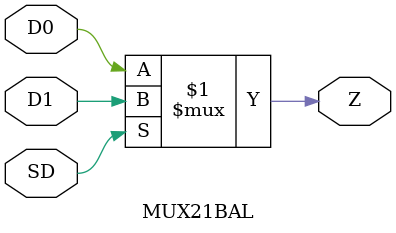
<source format=v>
`timescale 1ns/10ps

module MUX21BAL (Z,D0,D1,SD);

  output  Z;
  input   D0;
  input   D1;
  input   SD;

  wire Z_; 
  wire Z,SD,D0,D1;

  //  *** MUX21_UDP u0 (Z_,SD,D0,D1);
  // *** buf b1 (Z,Z_);


  assign Z = (SD) ? D1 : D0; // ***
  

endmodule

</source>
